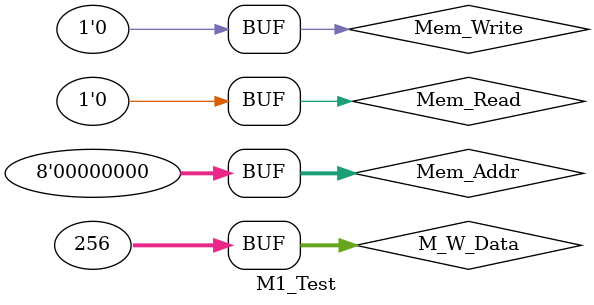
<source format=v>
`timescale 1ns / 1ps


module M1_Test;

	// Inputs
	reg Mem_Read;
	reg Mem_Write;
	reg [7:0] Mem_Addr;
	reg [31:0] M_W_Data;

	// Outputs
	wire [31:0] M_R_Data;

	// Instantiate the Unit Under Test (UUT)
	Method_1_Memory_m uut (
		.Mem_Read(Mem_Read), 
		.Mem_Write(Mem_Write), 
		.Mem_Addr(Mem_Addr), 
		.M_W_Data(M_W_Data), 
		.M_R_Data(M_R_Data)
	);

	initial begin
		// Initialize Inputs
		Mem_Read = 0;
		Mem_Write = 0;
		Mem_Addr = 0;
		M_W_Data = 0;

		// Wait 100 ns for global reset to finish
		#100;
        
		// Add stimulus here
		#100
		Mem_Read = 0;
		Mem_Write = 1;
		Mem_Addr = 8'b0000_0001;
		M_W_Data = 32'h0000_0010;
		
		#100
		Mem_Read = 1;
		Mem_Write = 0;
		Mem_Addr = 8'b0000_0001;
		M_W_Data = 32'h0000_0010;
		
		#100
		Mem_Read = 0;
		Mem_Write = 1;
		Mem_Addr = 8'b0000_0000;
		M_W_Data = 32'h0000_0100;
		
		#100
		Mem_Read = 1;
		Mem_Write = 0;
		Mem_Addr = 8'b0000_0000;
		M_W_Data = 32'h0000_0100;
		
		#100
		Mem_Read = 1;
		Mem_Write = 1;
		Mem_Addr = 8'b0000_0000;
		M_W_Data = 32'h0000_0100;
		
		#100
		Mem_Read = 0;
		Mem_Write = 0;
		Mem_Addr = 8'b0000_0000;
		M_W_Data = 32'h0000_0100;

	end
      
endmodule


</source>
